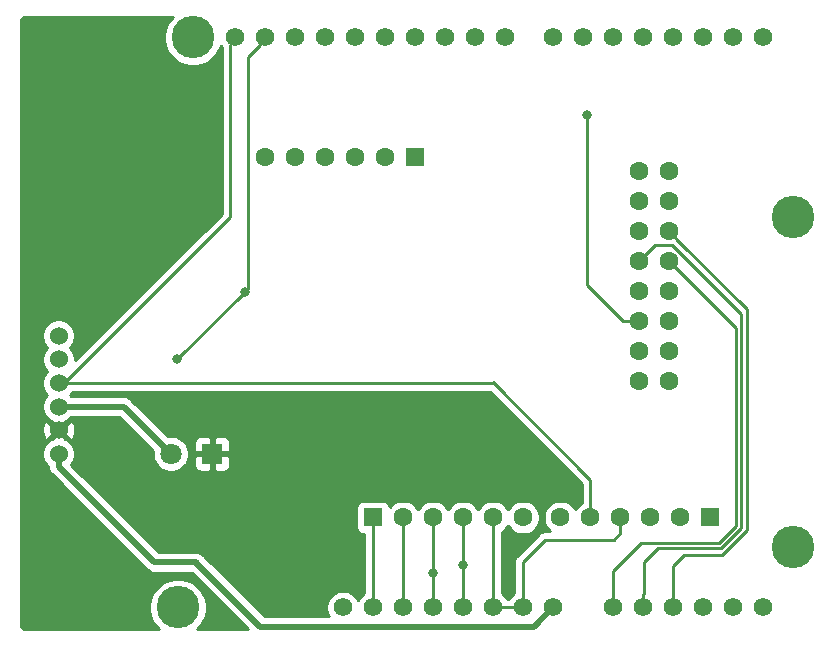
<source format=gbr>
G04 #@! TF.GenerationSoftware,KiCad,Pcbnew,(5.1.12-1-10_14)*
G04 #@! TF.CreationDate,2022-06-10T21:35:17-05:00*
G04 #@! TF.ProjectId,Arduino_uno_sheild,41726475-696e-46f5-9f75-6e6f5f736865,rev?*
G04 #@! TF.SameCoordinates,Original*
G04 #@! TF.FileFunction,Copper,L2,Bot*
G04 #@! TF.FilePolarity,Positive*
%FSLAX46Y46*%
G04 Gerber Fmt 4.6, Leading zero omitted, Abs format (unit mm)*
G04 Created by KiCad (PCBNEW (5.1.12-1-10_14)) date 2022-06-10 21:35:17*
%MOMM*%
%LPD*%
G01*
G04 APERTURE LIST*
G04 #@! TA.AperFunction,ComponentPad*
%ADD10C,1.560000*%
G04 #@! TD*
G04 #@! TA.AperFunction,WasherPad*
%ADD11C,3.600000*%
G04 #@! TD*
G04 #@! TA.AperFunction,ComponentPad*
%ADD12C,1.524000*%
G04 #@! TD*
G04 #@! TA.AperFunction,ComponentPad*
%ADD13C,1.600000*%
G04 #@! TD*
G04 #@! TA.AperFunction,ComponentPad*
%ADD14R,1.600000X1.600000*%
G04 #@! TD*
G04 #@! TA.AperFunction,ComponentPad*
%ADD15C,1.800000*%
G04 #@! TD*
G04 #@! TA.AperFunction,ComponentPad*
%ADD16R,1.800000X1.800000*%
G04 #@! TD*
G04 #@! TA.AperFunction,ViaPad*
%ADD17C,0.800000*%
G04 #@! TD*
G04 #@! TA.AperFunction,Conductor*
%ADD18C,0.250000*%
G04 #@! TD*
G04 #@! TA.AperFunction,Conductor*
%ADD19C,0.500000*%
G04 #@! TD*
G04 #@! TA.AperFunction,Conductor*
%ADD20C,0.254000*%
G04 #@! TD*
G04 #@! TA.AperFunction,Conductor*
%ADD21C,0.100000*%
G04 #@! TD*
G04 APERTURE END LIST*
D10*
X27940000Y2540000D03*
X30480000Y2540000D03*
X33020000Y2540000D03*
X35560000Y2540000D03*
X38100000Y2540000D03*
X40640000Y2540000D03*
X43180000Y2540000D03*
X45720000Y2540000D03*
X50800000Y2540000D03*
X53340000Y2540000D03*
X55880000Y2540000D03*
X58420000Y2540000D03*
X60960000Y2540000D03*
X63500000Y2540000D03*
X18796000Y50800000D03*
X21336000Y50800000D03*
X23876000Y50800000D03*
X26416000Y50800000D03*
X28956000Y50800000D03*
X31496000Y50800000D03*
X34036000Y50800000D03*
X36576000Y50800000D03*
X39116000Y50800000D03*
X41656000Y50800000D03*
X45720000Y50800000D03*
X48260000Y50800000D03*
X50800000Y50800000D03*
X53340000Y50800000D03*
X55880000Y50800000D03*
X58420000Y50800000D03*
X60960000Y50800000D03*
X63500000Y50800000D03*
D11*
X15240000Y50800000D03*
X66040000Y35560000D03*
X66040000Y7620000D03*
X13970000Y2540000D03*
D12*
X3860800Y15544800D03*
X3860800Y17544800D03*
X3860800Y19544800D03*
X3860800Y21544800D03*
X3860800Y23544800D03*
X3860800Y25544800D03*
D13*
X55524400Y21691600D03*
X52984400Y21691600D03*
X55524400Y24231600D03*
X52984400Y24231600D03*
X55524400Y26771600D03*
X52984400Y26771600D03*
X55524400Y29311600D03*
X52984400Y29311600D03*
X55524400Y31851600D03*
X52984400Y31851600D03*
X55524400Y34391600D03*
X52984400Y34391600D03*
X55524400Y36931600D03*
X52984400Y36931600D03*
X55524400Y39471600D03*
X52984400Y39471600D03*
X46355000Y10160000D03*
X48895000Y10160000D03*
X51435000Y10160000D03*
X53975000Y10160000D03*
X56515000Y10160000D03*
D14*
X59055000Y10160000D03*
D13*
X43180000Y10160000D03*
X40640000Y10160000D03*
X38100000Y10160000D03*
X35560000Y10160000D03*
X33020000Y10160000D03*
D14*
X30480000Y10160000D03*
D13*
X21336000Y40640000D03*
X23876000Y40640000D03*
X26416000Y40640000D03*
X28956000Y40640000D03*
X31496000Y40640000D03*
D14*
X34036000Y40640000D03*
D15*
X13365600Y15544800D03*
D16*
X16865600Y15544800D03*
D17*
X48564800Y44246800D03*
X13920200Y23544800D03*
X19635200Y29259800D03*
X38100000Y6096000D03*
X35560000Y5435600D03*
D18*
X48564800Y44246800D02*
X48564800Y29870400D01*
X51663600Y26771600D02*
X52984400Y26771600D01*
X48564800Y29870400D02*
X51663600Y26771600D01*
X40640000Y9028630D02*
X40640000Y2540000D01*
X40640000Y10160000D02*
X40640000Y9028630D01*
X40640000Y2540000D02*
X43180000Y2540000D01*
X43180000Y2540000D02*
X43180000Y6350000D01*
X43180000Y6350000D02*
X45085000Y8255000D01*
X45085000Y8255000D02*
X50863500Y8255000D01*
X51435000Y8826500D02*
X51435000Y10160000D01*
X50863500Y8255000D02*
X51435000Y8826500D01*
D19*
X9365600Y19544800D02*
X13365600Y15544800D01*
X3860800Y19544800D02*
X9365600Y19544800D01*
D18*
X19901001Y29525601D02*
X19901001Y49111001D01*
X13920200Y23544800D02*
X19635200Y29259800D01*
X19901001Y49111001D02*
X20955000Y50165000D01*
X19635200Y29259800D02*
X19901001Y29525601D01*
X3860800Y21544800D02*
X40685200Y21544800D01*
X48895000Y10160000D02*
X48895000Y13335000D01*
X48895000Y13335000D02*
X40640000Y21590000D01*
X18415000Y41260998D02*
X18415000Y50165000D01*
X18415000Y41260998D02*
X18415000Y35560000D01*
X18415000Y35560000D02*
X4445000Y21590000D01*
X55880000Y2540000D02*
X55880000Y6045200D01*
X55880000Y6045200D02*
X56794400Y6959600D01*
X56324399Y33591601D02*
X55524400Y34391600D01*
X62114020Y27801980D02*
X56324399Y33591601D01*
X62114020Y9076000D02*
X62114020Y27801980D01*
X59997618Y6959600D02*
X62114020Y9076000D01*
X56794400Y6959600D02*
X59997618Y6959600D01*
X53340000Y3643086D02*
X53390800Y3693886D01*
X53340000Y2540000D02*
X53340000Y3643086D01*
X53390800Y6350000D02*
X54617190Y7576390D01*
X53390800Y3693886D02*
X53390800Y6350000D01*
X61664010Y27376992D02*
X55817802Y33223200D01*
X61664010Y9262400D02*
X61664010Y27376992D01*
X54617190Y7576390D02*
X59978001Y7576391D01*
X59978001Y7576391D02*
X61664010Y9262400D01*
X54356000Y33223200D02*
X52984400Y31851600D01*
X55817802Y33223200D02*
X54356000Y33223200D01*
X50800000Y2540000D02*
X50800000Y5638800D01*
X50800000Y5638800D02*
X53187600Y8026400D01*
X53187600Y8026400D02*
X59791600Y8026400D01*
X59791600Y8026400D02*
X61214000Y9448800D01*
X61214000Y26162000D02*
X55524400Y31851600D01*
X61214000Y9448800D02*
X61214000Y26162000D01*
D19*
X44094400Y914400D02*
X45720000Y2540000D01*
X20929600Y914400D02*
X44094400Y914400D01*
X15494000Y6350000D02*
X15595600Y6248400D01*
X11977970Y6350000D02*
X15494000Y6350000D01*
X3860800Y14467170D02*
X11977970Y6350000D01*
X3860800Y15544800D02*
X3860800Y14467170D01*
X15595600Y6248400D02*
X20929600Y914400D01*
D18*
X38100000Y10160000D02*
X38100000Y9028630D01*
X38100000Y9028630D02*
X38100000Y6096000D01*
X38100000Y6096000D02*
X38100000Y2540000D01*
X35560000Y5435600D02*
X35560000Y2540000D01*
X35560000Y10160000D02*
X35560000Y5435600D01*
X33020000Y2540000D02*
X33020000Y10160000D01*
X30480000Y2540000D02*
X30480000Y10160000D01*
D20*
X13550228Y52553838D02*
X13348612Y52352222D01*
X13082131Y51953405D01*
X12898576Y51510263D01*
X12805000Y51039827D01*
X12805000Y50560173D01*
X12898576Y50089737D01*
X13082131Y49646595D01*
X13348612Y49247778D01*
X13687778Y48908612D01*
X14086595Y48642131D01*
X14529737Y48458576D01*
X15000173Y48365000D01*
X15479827Y48365000D01*
X15950263Y48458576D01*
X16393405Y48642131D01*
X16792222Y48908612D01*
X17131388Y49247778D01*
X17397869Y49646595D01*
X17576584Y50078052D01*
X17655001Y49960692D01*
X17655000Y41298331D01*
X17655000Y41298330D01*
X17655001Y35874804D01*
X5257800Y23477601D01*
X5257800Y23682392D01*
X5204114Y23952290D01*
X5098805Y24206527D01*
X4945920Y24435335D01*
X4836455Y24544800D01*
X4945920Y24654265D01*
X5098805Y24883073D01*
X5204114Y25137310D01*
X5257800Y25407208D01*
X5257800Y25682392D01*
X5204114Y25952290D01*
X5098805Y26206527D01*
X4945920Y26435335D01*
X4751335Y26629920D01*
X4522527Y26782805D01*
X4268290Y26888114D01*
X3998392Y26941800D01*
X3723208Y26941800D01*
X3453310Y26888114D01*
X3199073Y26782805D01*
X2970265Y26629920D01*
X2775680Y26435335D01*
X2622795Y26206527D01*
X2517486Y25952290D01*
X2463800Y25682392D01*
X2463800Y25407208D01*
X2517486Y25137310D01*
X2622795Y24883073D01*
X2775680Y24654265D01*
X2885145Y24544800D01*
X2775680Y24435335D01*
X2622795Y24206527D01*
X2517486Y23952290D01*
X2463800Y23682392D01*
X2463800Y23407208D01*
X2517486Y23137310D01*
X2622795Y22883073D01*
X2775680Y22654265D01*
X2885145Y22544800D01*
X2775680Y22435335D01*
X2622795Y22206527D01*
X2517486Y21952290D01*
X2463800Y21682392D01*
X2463800Y21407208D01*
X2517486Y21137310D01*
X2622795Y20883073D01*
X2775680Y20654265D01*
X2885145Y20544800D01*
X2775680Y20435335D01*
X2622795Y20206527D01*
X2517486Y19952290D01*
X2463800Y19682392D01*
X2463800Y19407208D01*
X2517486Y19137310D01*
X2622795Y18883073D01*
X2775680Y18654265D01*
X2970265Y18459680D01*
X3199073Y18306795D01*
X3334510Y18250695D01*
X3860800Y17724405D01*
X4387090Y18250695D01*
X4522527Y18306795D01*
X4751335Y18459680D01*
X4945920Y18654265D01*
X4949618Y18659800D01*
X8999022Y18659800D01*
X11852539Y15806282D01*
X11830600Y15695984D01*
X11830600Y15393616D01*
X11889589Y15097057D01*
X12005301Y14817705D01*
X12173288Y14566295D01*
X12387095Y14352488D01*
X12638505Y14184501D01*
X12917857Y14068789D01*
X13214416Y14009800D01*
X13516784Y14009800D01*
X13813343Y14068789D01*
X14092695Y14184501D01*
X14344105Y14352488D01*
X14557912Y14566295D01*
X14610367Y14644800D01*
X15327528Y14644800D01*
X15339788Y14520318D01*
X15376098Y14400620D01*
X15435063Y14290306D01*
X15514415Y14193615D01*
X15611106Y14114263D01*
X15721420Y14055298D01*
X15841118Y14018988D01*
X15965600Y14006728D01*
X16579850Y14009800D01*
X16738600Y14168550D01*
X16738600Y15417800D01*
X16992600Y15417800D01*
X16992600Y14168550D01*
X17151350Y14009800D01*
X17765600Y14006728D01*
X17890082Y14018988D01*
X18009780Y14055298D01*
X18120094Y14114263D01*
X18216785Y14193615D01*
X18296137Y14290306D01*
X18355102Y14400620D01*
X18391412Y14520318D01*
X18403672Y14644800D01*
X18400600Y15259050D01*
X18241850Y15417800D01*
X16992600Y15417800D01*
X16738600Y15417800D01*
X15489350Y15417800D01*
X15330600Y15259050D01*
X15327528Y14644800D01*
X14610367Y14644800D01*
X14725899Y14817705D01*
X14841611Y15097057D01*
X14900600Y15393616D01*
X14900600Y15695984D01*
X14841611Y15992543D01*
X14725899Y16271895D01*
X14610368Y16444800D01*
X15327528Y16444800D01*
X15330600Y15830550D01*
X15489350Y15671800D01*
X16738600Y15671800D01*
X16738600Y16921050D01*
X16992600Y16921050D01*
X16992600Y15671800D01*
X18241850Y15671800D01*
X18400600Y15830550D01*
X18403672Y16444800D01*
X18391412Y16569282D01*
X18355102Y16688980D01*
X18296137Y16799294D01*
X18216785Y16895985D01*
X18120094Y16975337D01*
X18009780Y17034302D01*
X17890082Y17070612D01*
X17765600Y17082872D01*
X17151350Y17079800D01*
X16992600Y16921050D01*
X16738600Y16921050D01*
X16579850Y17079800D01*
X15965600Y17082872D01*
X15841118Y17070612D01*
X15721420Y17034302D01*
X15611106Y16975337D01*
X15514415Y16895985D01*
X15435063Y16799294D01*
X15376098Y16688980D01*
X15339788Y16569282D01*
X15327528Y16444800D01*
X14610368Y16444800D01*
X14557912Y16523305D01*
X14344105Y16737112D01*
X14092695Y16905099D01*
X13813343Y17020811D01*
X13516784Y17079800D01*
X13214416Y17079800D01*
X13104118Y17057861D01*
X10022134Y20139844D01*
X9994417Y20173617D01*
X9859659Y20284211D01*
X9705913Y20366389D01*
X9539090Y20416995D01*
X9409077Y20429800D01*
X9409069Y20429800D01*
X9365600Y20434081D01*
X9322131Y20429800D01*
X4949618Y20429800D01*
X4945920Y20435335D01*
X4836455Y20544800D01*
X4945920Y20654265D01*
X5033141Y20784800D01*
X40370399Y20784800D01*
X48135001Y13020197D01*
X48135000Y11378044D01*
X47980241Y11274637D01*
X47780363Y11074759D01*
X47625000Y10842241D01*
X47469637Y11074759D01*
X47269759Y11274637D01*
X47034727Y11431680D01*
X46773574Y11539853D01*
X46496335Y11595000D01*
X46213665Y11595000D01*
X45936426Y11539853D01*
X45675273Y11431680D01*
X45440241Y11274637D01*
X45240363Y11074759D01*
X45083320Y10839727D01*
X44975147Y10578574D01*
X44920000Y10301335D01*
X44920000Y10018665D01*
X44975147Y9741426D01*
X45083320Y9480273D01*
X45240363Y9245241D01*
X45440241Y9045363D01*
X45485683Y9015000D01*
X45122323Y9015000D01*
X45085000Y9018676D01*
X45047677Y9015000D01*
X45047667Y9015000D01*
X44936014Y9004003D01*
X44792753Y8960546D01*
X44660724Y8889974D01*
X44544999Y8795001D01*
X44521201Y8766003D01*
X42668998Y6913799D01*
X42640000Y6890001D01*
X42616202Y6861003D01*
X42616201Y6861002D01*
X42545026Y6774276D01*
X42474454Y6642246D01*
X42448354Y6556202D01*
X42430998Y6498986D01*
X42427808Y6466595D01*
X42416324Y6350000D01*
X42420001Y6312668D01*
X42420000Y3733991D01*
X42277990Y3639103D01*
X42080897Y3442010D01*
X41986009Y3300000D01*
X41833991Y3300000D01*
X41739103Y3442010D01*
X41542010Y3639103D01*
X41400000Y3733991D01*
X41400000Y8941957D01*
X41554759Y9045363D01*
X41754637Y9245241D01*
X41910000Y9477759D01*
X42065363Y9245241D01*
X42265241Y9045363D01*
X42500273Y8888320D01*
X42761426Y8780147D01*
X43038665Y8725000D01*
X43321335Y8725000D01*
X43598574Y8780147D01*
X43859727Y8888320D01*
X44094759Y9045363D01*
X44294637Y9245241D01*
X44451680Y9480273D01*
X44559853Y9741426D01*
X44615000Y10018665D01*
X44615000Y10301335D01*
X44559853Y10578574D01*
X44451680Y10839727D01*
X44294637Y11074759D01*
X44094759Y11274637D01*
X43859727Y11431680D01*
X43598574Y11539853D01*
X43321335Y11595000D01*
X43038665Y11595000D01*
X42761426Y11539853D01*
X42500273Y11431680D01*
X42265241Y11274637D01*
X42065363Y11074759D01*
X41910000Y10842241D01*
X41754637Y11074759D01*
X41554759Y11274637D01*
X41319727Y11431680D01*
X41058574Y11539853D01*
X40781335Y11595000D01*
X40498665Y11595000D01*
X40221426Y11539853D01*
X39960273Y11431680D01*
X39725241Y11274637D01*
X39525363Y11074759D01*
X39370000Y10842241D01*
X39214637Y11074759D01*
X39014759Y11274637D01*
X38779727Y11431680D01*
X38518574Y11539853D01*
X38241335Y11595000D01*
X37958665Y11595000D01*
X37681426Y11539853D01*
X37420273Y11431680D01*
X37185241Y11274637D01*
X36985363Y11074759D01*
X36830000Y10842241D01*
X36674637Y11074759D01*
X36474759Y11274637D01*
X36239727Y11431680D01*
X35978574Y11539853D01*
X35701335Y11595000D01*
X35418665Y11595000D01*
X35141426Y11539853D01*
X34880273Y11431680D01*
X34645241Y11274637D01*
X34445363Y11074759D01*
X34290000Y10842241D01*
X34134637Y11074759D01*
X33934759Y11274637D01*
X33699727Y11431680D01*
X33438574Y11539853D01*
X33161335Y11595000D01*
X32878665Y11595000D01*
X32601426Y11539853D01*
X32340273Y11431680D01*
X32105241Y11274637D01*
X31906643Y11076039D01*
X31905812Y11084482D01*
X31869502Y11204180D01*
X31810537Y11314494D01*
X31731185Y11411185D01*
X31634494Y11490537D01*
X31524180Y11549502D01*
X31404482Y11585812D01*
X31280000Y11598072D01*
X29680000Y11598072D01*
X29555518Y11585812D01*
X29435820Y11549502D01*
X29325506Y11490537D01*
X29228815Y11411185D01*
X29149463Y11314494D01*
X29090498Y11204180D01*
X29054188Y11084482D01*
X29041928Y10960000D01*
X29041928Y9360000D01*
X29054188Y9235518D01*
X29090498Y9115820D01*
X29149463Y9005506D01*
X29228815Y8908815D01*
X29325506Y8829463D01*
X29435820Y8770498D01*
X29555518Y8734188D01*
X29680000Y8721928D01*
X29720001Y8721928D01*
X29720000Y3733991D01*
X29577990Y3639103D01*
X29380897Y3442010D01*
X29226043Y3210254D01*
X29210000Y3171523D01*
X29193957Y3210254D01*
X29039103Y3442010D01*
X28842010Y3639103D01*
X28610254Y3793957D01*
X28352740Y3900623D01*
X28079365Y3955000D01*
X27800635Y3955000D01*
X27527260Y3900623D01*
X27269746Y3793957D01*
X27037990Y3639103D01*
X26840897Y3442010D01*
X26686043Y3210254D01*
X26579377Y2952740D01*
X26525000Y2679365D01*
X26525000Y2400635D01*
X26579377Y2127260D01*
X26686043Y1869746D01*
X26733047Y1799400D01*
X21296179Y1799400D01*
X16190646Y6904932D01*
X16150534Y6945044D01*
X16122817Y6978817D01*
X15988059Y7089411D01*
X15834313Y7171589D01*
X15667490Y7222195D01*
X15537477Y7235000D01*
X15537469Y7235000D01*
X15494000Y7239281D01*
X15450531Y7235000D01*
X12344549Y7235000D01*
X4935602Y14643947D01*
X4945920Y14654265D01*
X5098805Y14883073D01*
X5204114Y15137310D01*
X5257800Y15407208D01*
X5257800Y15682392D01*
X5204114Y15952290D01*
X5098805Y16206527D01*
X4945920Y16435335D01*
X4751335Y16629920D01*
X4522527Y16782805D01*
X4387090Y16838905D01*
X3860800Y17365195D01*
X3334510Y16838905D01*
X3199073Y16782805D01*
X2970265Y16629920D01*
X2775680Y16435335D01*
X2622795Y16206527D01*
X2517486Y15952290D01*
X2463800Y15682392D01*
X2463800Y15407208D01*
X2517486Y15137310D01*
X2622795Y14883073D01*
X2775680Y14654265D01*
X2970265Y14459680D01*
X2972397Y14458255D01*
X2988605Y14293680D01*
X3039212Y14126857D01*
X3121390Y13973111D01*
X3204268Y13872124D01*
X3204271Y13872121D01*
X3231984Y13838353D01*
X3265752Y13810640D01*
X11321440Y5754951D01*
X11349153Y5721183D01*
X11382921Y5693470D01*
X11382923Y5693468D01*
X11404046Y5676133D01*
X11483911Y5610589D01*
X11637657Y5528411D01*
X11804480Y5477805D01*
X11934493Y5465000D01*
X11934501Y5465000D01*
X11977970Y5460719D01*
X12021439Y5465000D01*
X15127422Y5465000D01*
X19882421Y710000D01*
X15583610Y710000D01*
X15861388Y987778D01*
X16127869Y1386595D01*
X16311424Y1829737D01*
X16405000Y2300173D01*
X16405000Y2779827D01*
X16311424Y3250263D01*
X16127869Y3693405D01*
X15861388Y4092222D01*
X15522222Y4431388D01*
X15123405Y4697869D01*
X14680263Y4881424D01*
X14209827Y4975000D01*
X13730173Y4975000D01*
X13259737Y4881424D01*
X12816595Y4697869D01*
X12417778Y4431388D01*
X12078612Y4092222D01*
X11812131Y3693405D01*
X11628576Y3250263D01*
X11535000Y2779827D01*
X11535000Y2300173D01*
X11628576Y1829737D01*
X11812131Y1386595D01*
X12078612Y987778D01*
X12356390Y710000D01*
X929091Y710000D01*
X710000Y929091D01*
X710000Y17472783D01*
X2458890Y17472783D01*
X2499878Y17200667D01*
X2593164Y16941777D01*
X2655144Y16825820D01*
X2895235Y16758840D01*
X3681195Y17544800D01*
X4040405Y17544800D01*
X4826365Y16758840D01*
X5066456Y16825820D01*
X5183556Y17074848D01*
X5249823Y17341935D01*
X5262710Y17616817D01*
X5221722Y17888933D01*
X5128436Y18147823D01*
X5066456Y18263780D01*
X4826365Y18330760D01*
X4040405Y17544800D01*
X3681195Y17544800D01*
X2895235Y18330760D01*
X2655144Y18263780D01*
X2538044Y18014752D01*
X2471777Y17747665D01*
X2458890Y17472783D01*
X710000Y17472783D01*
X710000Y52388793D01*
X907156Y52566233D01*
X13550228Y52553838D01*
G04 #@! TA.AperFunction,Conductor*
D21*
G36*
X13550228Y52553838D02*
G01*
X13348612Y52352222D01*
X13082131Y51953405D01*
X12898576Y51510263D01*
X12805000Y51039827D01*
X12805000Y50560173D01*
X12898576Y50089737D01*
X13082131Y49646595D01*
X13348612Y49247778D01*
X13687778Y48908612D01*
X14086595Y48642131D01*
X14529737Y48458576D01*
X15000173Y48365000D01*
X15479827Y48365000D01*
X15950263Y48458576D01*
X16393405Y48642131D01*
X16792222Y48908612D01*
X17131388Y49247778D01*
X17397869Y49646595D01*
X17576584Y50078052D01*
X17655001Y49960692D01*
X17655000Y41298331D01*
X17655000Y41298330D01*
X17655001Y35874804D01*
X5257800Y23477601D01*
X5257800Y23682392D01*
X5204114Y23952290D01*
X5098805Y24206527D01*
X4945920Y24435335D01*
X4836455Y24544800D01*
X4945920Y24654265D01*
X5098805Y24883073D01*
X5204114Y25137310D01*
X5257800Y25407208D01*
X5257800Y25682392D01*
X5204114Y25952290D01*
X5098805Y26206527D01*
X4945920Y26435335D01*
X4751335Y26629920D01*
X4522527Y26782805D01*
X4268290Y26888114D01*
X3998392Y26941800D01*
X3723208Y26941800D01*
X3453310Y26888114D01*
X3199073Y26782805D01*
X2970265Y26629920D01*
X2775680Y26435335D01*
X2622795Y26206527D01*
X2517486Y25952290D01*
X2463800Y25682392D01*
X2463800Y25407208D01*
X2517486Y25137310D01*
X2622795Y24883073D01*
X2775680Y24654265D01*
X2885145Y24544800D01*
X2775680Y24435335D01*
X2622795Y24206527D01*
X2517486Y23952290D01*
X2463800Y23682392D01*
X2463800Y23407208D01*
X2517486Y23137310D01*
X2622795Y22883073D01*
X2775680Y22654265D01*
X2885145Y22544800D01*
X2775680Y22435335D01*
X2622795Y22206527D01*
X2517486Y21952290D01*
X2463800Y21682392D01*
X2463800Y21407208D01*
X2517486Y21137310D01*
X2622795Y20883073D01*
X2775680Y20654265D01*
X2885145Y20544800D01*
X2775680Y20435335D01*
X2622795Y20206527D01*
X2517486Y19952290D01*
X2463800Y19682392D01*
X2463800Y19407208D01*
X2517486Y19137310D01*
X2622795Y18883073D01*
X2775680Y18654265D01*
X2970265Y18459680D01*
X3199073Y18306795D01*
X3334510Y18250695D01*
X3860800Y17724405D01*
X4387090Y18250695D01*
X4522527Y18306795D01*
X4751335Y18459680D01*
X4945920Y18654265D01*
X4949618Y18659800D01*
X8999022Y18659800D01*
X11852539Y15806282D01*
X11830600Y15695984D01*
X11830600Y15393616D01*
X11889589Y15097057D01*
X12005301Y14817705D01*
X12173288Y14566295D01*
X12387095Y14352488D01*
X12638505Y14184501D01*
X12917857Y14068789D01*
X13214416Y14009800D01*
X13516784Y14009800D01*
X13813343Y14068789D01*
X14092695Y14184501D01*
X14344105Y14352488D01*
X14557912Y14566295D01*
X14610367Y14644800D01*
X15327528Y14644800D01*
X15339788Y14520318D01*
X15376098Y14400620D01*
X15435063Y14290306D01*
X15514415Y14193615D01*
X15611106Y14114263D01*
X15721420Y14055298D01*
X15841118Y14018988D01*
X15965600Y14006728D01*
X16579850Y14009800D01*
X16738600Y14168550D01*
X16738600Y15417800D01*
X16992600Y15417800D01*
X16992600Y14168550D01*
X17151350Y14009800D01*
X17765600Y14006728D01*
X17890082Y14018988D01*
X18009780Y14055298D01*
X18120094Y14114263D01*
X18216785Y14193615D01*
X18296137Y14290306D01*
X18355102Y14400620D01*
X18391412Y14520318D01*
X18403672Y14644800D01*
X18400600Y15259050D01*
X18241850Y15417800D01*
X16992600Y15417800D01*
X16738600Y15417800D01*
X15489350Y15417800D01*
X15330600Y15259050D01*
X15327528Y14644800D01*
X14610367Y14644800D01*
X14725899Y14817705D01*
X14841611Y15097057D01*
X14900600Y15393616D01*
X14900600Y15695984D01*
X14841611Y15992543D01*
X14725899Y16271895D01*
X14610368Y16444800D01*
X15327528Y16444800D01*
X15330600Y15830550D01*
X15489350Y15671800D01*
X16738600Y15671800D01*
X16738600Y16921050D01*
X16992600Y16921050D01*
X16992600Y15671800D01*
X18241850Y15671800D01*
X18400600Y15830550D01*
X18403672Y16444800D01*
X18391412Y16569282D01*
X18355102Y16688980D01*
X18296137Y16799294D01*
X18216785Y16895985D01*
X18120094Y16975337D01*
X18009780Y17034302D01*
X17890082Y17070612D01*
X17765600Y17082872D01*
X17151350Y17079800D01*
X16992600Y16921050D01*
X16738600Y16921050D01*
X16579850Y17079800D01*
X15965600Y17082872D01*
X15841118Y17070612D01*
X15721420Y17034302D01*
X15611106Y16975337D01*
X15514415Y16895985D01*
X15435063Y16799294D01*
X15376098Y16688980D01*
X15339788Y16569282D01*
X15327528Y16444800D01*
X14610368Y16444800D01*
X14557912Y16523305D01*
X14344105Y16737112D01*
X14092695Y16905099D01*
X13813343Y17020811D01*
X13516784Y17079800D01*
X13214416Y17079800D01*
X13104118Y17057861D01*
X10022134Y20139844D01*
X9994417Y20173617D01*
X9859659Y20284211D01*
X9705913Y20366389D01*
X9539090Y20416995D01*
X9409077Y20429800D01*
X9409069Y20429800D01*
X9365600Y20434081D01*
X9322131Y20429800D01*
X4949618Y20429800D01*
X4945920Y20435335D01*
X4836455Y20544800D01*
X4945920Y20654265D01*
X5033141Y20784800D01*
X40370399Y20784800D01*
X48135001Y13020197D01*
X48135000Y11378044D01*
X47980241Y11274637D01*
X47780363Y11074759D01*
X47625000Y10842241D01*
X47469637Y11074759D01*
X47269759Y11274637D01*
X47034727Y11431680D01*
X46773574Y11539853D01*
X46496335Y11595000D01*
X46213665Y11595000D01*
X45936426Y11539853D01*
X45675273Y11431680D01*
X45440241Y11274637D01*
X45240363Y11074759D01*
X45083320Y10839727D01*
X44975147Y10578574D01*
X44920000Y10301335D01*
X44920000Y10018665D01*
X44975147Y9741426D01*
X45083320Y9480273D01*
X45240363Y9245241D01*
X45440241Y9045363D01*
X45485683Y9015000D01*
X45122323Y9015000D01*
X45085000Y9018676D01*
X45047677Y9015000D01*
X45047667Y9015000D01*
X44936014Y9004003D01*
X44792753Y8960546D01*
X44660724Y8889974D01*
X44544999Y8795001D01*
X44521201Y8766003D01*
X42668998Y6913799D01*
X42640000Y6890001D01*
X42616202Y6861003D01*
X42616201Y6861002D01*
X42545026Y6774276D01*
X42474454Y6642246D01*
X42448354Y6556202D01*
X42430998Y6498986D01*
X42427808Y6466595D01*
X42416324Y6350000D01*
X42420001Y6312668D01*
X42420000Y3733991D01*
X42277990Y3639103D01*
X42080897Y3442010D01*
X41986009Y3300000D01*
X41833991Y3300000D01*
X41739103Y3442010D01*
X41542010Y3639103D01*
X41400000Y3733991D01*
X41400000Y8941957D01*
X41554759Y9045363D01*
X41754637Y9245241D01*
X41910000Y9477759D01*
X42065363Y9245241D01*
X42265241Y9045363D01*
X42500273Y8888320D01*
X42761426Y8780147D01*
X43038665Y8725000D01*
X43321335Y8725000D01*
X43598574Y8780147D01*
X43859727Y8888320D01*
X44094759Y9045363D01*
X44294637Y9245241D01*
X44451680Y9480273D01*
X44559853Y9741426D01*
X44615000Y10018665D01*
X44615000Y10301335D01*
X44559853Y10578574D01*
X44451680Y10839727D01*
X44294637Y11074759D01*
X44094759Y11274637D01*
X43859727Y11431680D01*
X43598574Y11539853D01*
X43321335Y11595000D01*
X43038665Y11595000D01*
X42761426Y11539853D01*
X42500273Y11431680D01*
X42265241Y11274637D01*
X42065363Y11074759D01*
X41910000Y10842241D01*
X41754637Y11074759D01*
X41554759Y11274637D01*
X41319727Y11431680D01*
X41058574Y11539853D01*
X40781335Y11595000D01*
X40498665Y11595000D01*
X40221426Y11539853D01*
X39960273Y11431680D01*
X39725241Y11274637D01*
X39525363Y11074759D01*
X39370000Y10842241D01*
X39214637Y11074759D01*
X39014759Y11274637D01*
X38779727Y11431680D01*
X38518574Y11539853D01*
X38241335Y11595000D01*
X37958665Y11595000D01*
X37681426Y11539853D01*
X37420273Y11431680D01*
X37185241Y11274637D01*
X36985363Y11074759D01*
X36830000Y10842241D01*
X36674637Y11074759D01*
X36474759Y11274637D01*
X36239727Y11431680D01*
X35978574Y11539853D01*
X35701335Y11595000D01*
X35418665Y11595000D01*
X35141426Y11539853D01*
X34880273Y11431680D01*
X34645241Y11274637D01*
X34445363Y11074759D01*
X34290000Y10842241D01*
X34134637Y11074759D01*
X33934759Y11274637D01*
X33699727Y11431680D01*
X33438574Y11539853D01*
X33161335Y11595000D01*
X32878665Y11595000D01*
X32601426Y11539853D01*
X32340273Y11431680D01*
X32105241Y11274637D01*
X31906643Y11076039D01*
X31905812Y11084482D01*
X31869502Y11204180D01*
X31810537Y11314494D01*
X31731185Y11411185D01*
X31634494Y11490537D01*
X31524180Y11549502D01*
X31404482Y11585812D01*
X31280000Y11598072D01*
X29680000Y11598072D01*
X29555518Y11585812D01*
X29435820Y11549502D01*
X29325506Y11490537D01*
X29228815Y11411185D01*
X29149463Y11314494D01*
X29090498Y11204180D01*
X29054188Y11084482D01*
X29041928Y10960000D01*
X29041928Y9360000D01*
X29054188Y9235518D01*
X29090498Y9115820D01*
X29149463Y9005506D01*
X29228815Y8908815D01*
X29325506Y8829463D01*
X29435820Y8770498D01*
X29555518Y8734188D01*
X29680000Y8721928D01*
X29720001Y8721928D01*
X29720000Y3733991D01*
X29577990Y3639103D01*
X29380897Y3442010D01*
X29226043Y3210254D01*
X29210000Y3171523D01*
X29193957Y3210254D01*
X29039103Y3442010D01*
X28842010Y3639103D01*
X28610254Y3793957D01*
X28352740Y3900623D01*
X28079365Y3955000D01*
X27800635Y3955000D01*
X27527260Y3900623D01*
X27269746Y3793957D01*
X27037990Y3639103D01*
X26840897Y3442010D01*
X26686043Y3210254D01*
X26579377Y2952740D01*
X26525000Y2679365D01*
X26525000Y2400635D01*
X26579377Y2127260D01*
X26686043Y1869746D01*
X26733047Y1799400D01*
X21296179Y1799400D01*
X16190646Y6904932D01*
X16150534Y6945044D01*
X16122817Y6978817D01*
X15988059Y7089411D01*
X15834313Y7171589D01*
X15667490Y7222195D01*
X15537477Y7235000D01*
X15537469Y7235000D01*
X15494000Y7239281D01*
X15450531Y7235000D01*
X12344549Y7235000D01*
X4935602Y14643947D01*
X4945920Y14654265D01*
X5098805Y14883073D01*
X5204114Y15137310D01*
X5257800Y15407208D01*
X5257800Y15682392D01*
X5204114Y15952290D01*
X5098805Y16206527D01*
X4945920Y16435335D01*
X4751335Y16629920D01*
X4522527Y16782805D01*
X4387090Y16838905D01*
X3860800Y17365195D01*
X3334510Y16838905D01*
X3199073Y16782805D01*
X2970265Y16629920D01*
X2775680Y16435335D01*
X2622795Y16206527D01*
X2517486Y15952290D01*
X2463800Y15682392D01*
X2463800Y15407208D01*
X2517486Y15137310D01*
X2622795Y14883073D01*
X2775680Y14654265D01*
X2970265Y14459680D01*
X2972397Y14458255D01*
X2988605Y14293680D01*
X3039212Y14126857D01*
X3121390Y13973111D01*
X3204268Y13872124D01*
X3204271Y13872121D01*
X3231984Y13838353D01*
X3265752Y13810640D01*
X11321440Y5754951D01*
X11349153Y5721183D01*
X11382921Y5693470D01*
X11382923Y5693468D01*
X11404046Y5676133D01*
X11483911Y5610589D01*
X11637657Y5528411D01*
X11804480Y5477805D01*
X11934493Y5465000D01*
X11934501Y5465000D01*
X11977970Y5460719D01*
X12021439Y5465000D01*
X15127422Y5465000D01*
X19882421Y710000D01*
X15583610Y710000D01*
X15861388Y987778D01*
X16127869Y1386595D01*
X16311424Y1829737D01*
X16405000Y2300173D01*
X16405000Y2779827D01*
X16311424Y3250263D01*
X16127869Y3693405D01*
X15861388Y4092222D01*
X15522222Y4431388D01*
X15123405Y4697869D01*
X14680263Y4881424D01*
X14209827Y4975000D01*
X13730173Y4975000D01*
X13259737Y4881424D01*
X12816595Y4697869D01*
X12417778Y4431388D01*
X12078612Y4092222D01*
X11812131Y3693405D01*
X11628576Y3250263D01*
X11535000Y2779827D01*
X11535000Y2300173D01*
X11628576Y1829737D01*
X11812131Y1386595D01*
X12078612Y987778D01*
X12356390Y710000D01*
X929091Y710000D01*
X710000Y929091D01*
X710000Y17472783D01*
X2458890Y17472783D01*
X2499878Y17200667D01*
X2593164Y16941777D01*
X2655144Y16825820D01*
X2895235Y16758840D01*
X3681195Y17544800D01*
X4040405Y17544800D01*
X4826365Y16758840D01*
X5066456Y16825820D01*
X5183556Y17074848D01*
X5249823Y17341935D01*
X5262710Y17616817D01*
X5221722Y17888933D01*
X5128436Y18147823D01*
X5066456Y18263780D01*
X4826365Y18330760D01*
X4040405Y17544800D01*
X3681195Y17544800D01*
X2895235Y18330760D01*
X2655144Y18263780D01*
X2538044Y18014752D01*
X2471777Y17747665D01*
X2458890Y17472783D01*
X710000Y17472783D01*
X710000Y52388793D01*
X907156Y52566233D01*
X13550228Y52553838D01*
G37*
G04 #@! TD.AperFunction*
M02*

</source>
